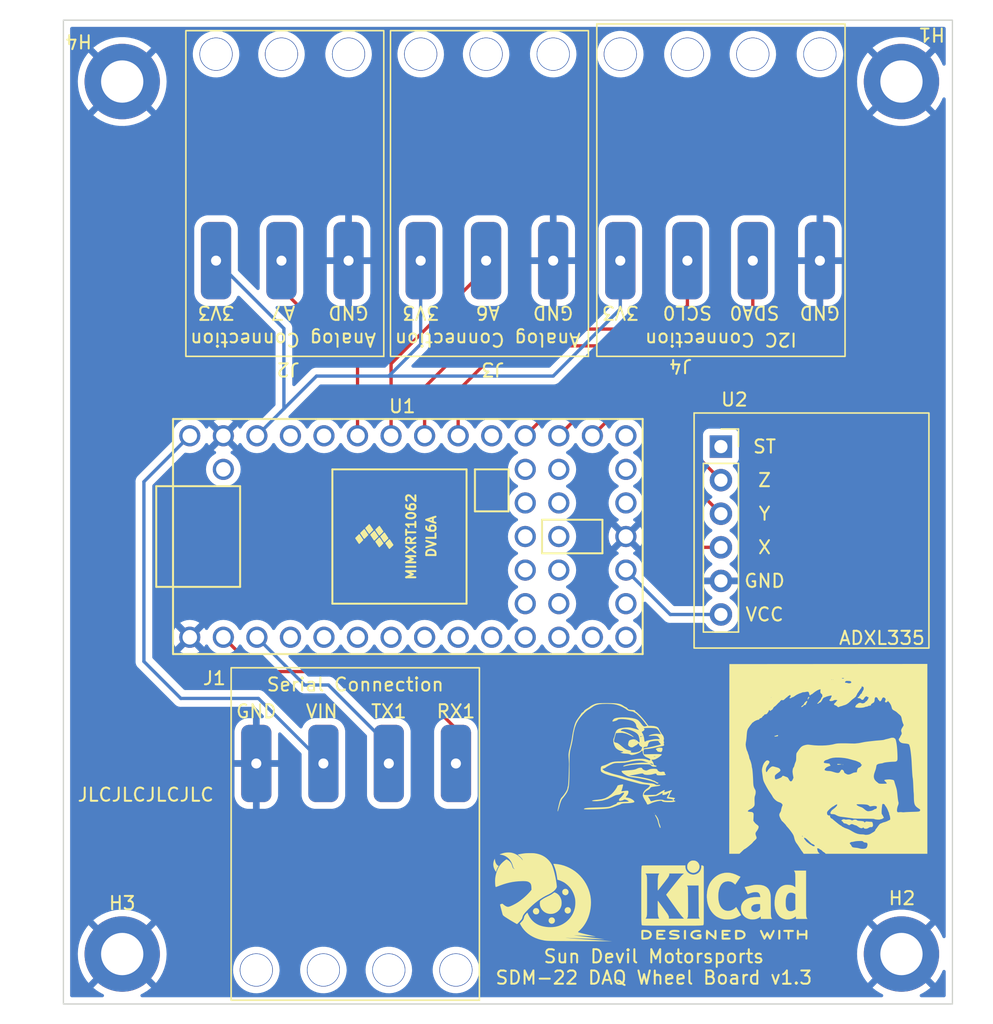
<source format=kicad_pcb>
(kicad_pcb (version 20211014) (generator pcbnew)
  (title_block (title "SDM-22 DAQ Wheel Module") (date "2022-04-05") (rev "v1.3") (company "Sun Devil Motorsports - Data Acquisition"))
  (layers (0 "F.Cu" signal) (31 "B.Cu" signal) (34 "B.Paste" user) (35 "F.Paste" user) (36 "B.SilkS" user "B.Silkscreen") (37 "F.SilkS" user "F.Silkscreen") (38 "B.Mask" user) (39 "F.Mask" user) (44 "Edge.Cuts" user))
  (net 0 "")
  (net 1 "GND")
  (net 2 "VCC")
  (net 3 "+3V3")
  (net 34 "/TX1")
  (net 35 "/RX1")
  (net 36 "/A6")
  (net 37 "/A7")
  (net 38 "/SDA0")
  (net 39 "/SCL0")
  (net 40 "+3.3VP")
  (net 41 "/A0")
  (net 42 "/A1")
  (net 43 "/A2")
  (footprint "Symbol:KiCad-Logo2_5mm_SilkScreen" (layer "F.Cu") (at 116.586 120.904)
    (fp_text reference "REF**" hide)
    (fp_text value "KiCad-Logo2_5mm_SilkScreen" hide)
  )
  (footprint "MountingHole:MountingHole_3.2mm_M3_ISO7380_Pad" (layer "F.Cu") (at 71 59)
    (fp_text reference "H4" (at -3.302 -3.048 180 unlocked) (layer "F.SilkS"))
    (fp_text value "MountingHole_Pad")
    (pad "1" thru_hole circle locked (at 0 0) (size 5.7 5.7) (drill 3.2) (layers *.Cu *.Mask) (net 1 "GND"))
  )
  (footprint "MountingHole:MountingHole_3.2mm_M3_ISO7380_Pad" (layer "F.Cu") (at 71 125)
    (fp_text reference "H3" (at 0 -3.85) (layer "F.SilkS"))
    (fp_text value "MountingHole_Pad")
    (pad "1" thru_hole circle locked (at 0 0) (size 5.7 5.7) (drill 3.2) (layers *.Cu *.Mask) (net 1 "GND"))
  )
  (footprint "SDM:4Wire_i2cConnector" (layer "F.Cu") (at 119.888 79.788 180)
    (fp_text reference "J4" (at 6.604 -0.73 180 unlocked) (layer "F.SilkS"))
    (fp_text value "i2cConnection")
    (fp_text user "3V3" (at 11.176 3.302 180 unlocked) (layer "F.SilkS"))
    (fp_text user "I2C Connection" (at 3.556 1.27 180 unlocked) (layer "F.SilkS"))
    (fp_text user "GND" (at -3.937 3.302 180 unlocked) (layer "F.SilkS"))
    (fp_text user "SDA0" (at 1.016 3.302 180 unlocked) (layer "F.SilkS"))
    (fp_text user "SCL0" (at 6.096 3.302 180 unlocked) (layer "F.SilkS"))
    (pad "" np_thru_hole circle (at -3.937 22.86 180) (size 2.5 2.5) (drill 2.4) (layers F&B.Cu *.Mask))
    (pad "" np_thru_hole circle (at 1.143 22.86 180) (size 2.5 2.5) (drill 2.4) (layers F&B.Cu *.Mask))
    (pad "" np_thru_hole circle (at 11.176 22.86 180) (size 2.5 2.5) (drill 2.4) (layers F&B.Cu *.Mask))
    (pad "" np_thru_hole circle (at 6.096 22.86 180) (size 2.5 2.5) (drill 2.4) (layers F&B.Cu *.Mask))
    (pad "1" thru_hole roundrect (at -3.937 7.239 180) (size 2.286 5.842) (drill 0.762) (layers *.Cu *.Mask) (net 1 "GND"))
    (pad "2" thru_hole roundrect (at 1.143 7.239 180) (size 2.286 5.842) (drill 0.762) (layers *.Cu *.Mask) (net 38 "/SDA0"))
    (pad "3" thru_hole roundrect (at 6.096 7.239 180) (size 2.286 5.842) (drill 0.762) (layers *.Cu *.Mask) (net 39 "/SCL0"))
    (pad "4" thru_hole roundrect (at 11.176 7.239 180) (size 2.286 5.842) (drill 0.762) (layers *.Cu *.Mask) (net 3 "+3V3"))
  )
  (footprint "MountingHole:MountingHole_3.2mm_M3_ISO7380_Pad" (layer "F.Cu") (at 130 59)
    (fp_text reference "H1" (at 2.286 -3.556 180 unlocked) (layer "F.SilkS"))
    (fp_text value "MountingHole_Pad")
    (pad "1" thru_hole circle locked (at 0 0) (size 5.7 5.7) (drill 3.2) (layers *.Cu *.Mask) (net 1 "GND"))
  )
  (footprint "SDM:Logo" (layer "F.Cu") (at 103.632 120.65)
    (fp_text reference "G1" hide)
    (fp_text value "LOGO" hide)
  )
  (footprint "MountingHole:MountingHole_3.2mm_M3_ISO7380_Pad" (layer "F.Cu") (at 130 125)
    (fp_text reference "H2" (at 0.04 -4.22) (layer "F.SilkS"))
    (fp_text value "MountingHole_Pad")
    (pad "1" thru_hole circle locked (at 0 0) (size 5.7 5.7) (drill 3.2) (layers *.Cu *.Mask) (net 1 "GND"))
  )
  (footprint "SDM:ADXL335_Socket_P2.54mm_Vertical" (layer "F.Cu") (at 116.332 86.614)
    (fp_text reference "U2" (at 1.016 -3.556) (layer "F.SilkS"))
    (fp_text value "Accelerometer_ADXL335")
    (fp_text user "X" (at 3.302 7.62 unlocked) (layer "F.SilkS"))
    (fp_text user "ADXL335" (at 12.192 14.478 unlocked) (layer "F.SilkS"))
    (fp_text user "GND" (at 3.302 10.16 unlocked) (layer "F.SilkS"))
    (fp_text user "Z" (at 3.302 2.54 unlocked) (layer "F.SilkS"))
    (fp_text user "VCC" (at 3.302 12.7 unlocked) (layer "F.SilkS"))
    (fp_text user "Y" (at 3.302 5.08 unlocked) (layer "F.SilkS"))
    (fp_text user "ST" (at 3.302 0 unlocked) (layer "F.SilkS"))
    (pad "1" thru_hole rect (at 0 0) (size 1.7 1.7) (drill 1) (layers *.Cu *.Mask))
    (pad "2" thru_hole oval (at 0 2.54) (size 1.7 1.7) (drill 1) (layers *.Cu *.Mask) (net 43 "/A2"))
    (pad "3" thru_hole oval (at 0 5.08) (size 1.7 1.7) (drill 1) (layers *.Cu *.Mask) (net 42 "/A1"))
    (pad "4" thru_hole oval (at 0 7.62) (size 1.7 1.7) (drill 1) (layers *.Cu *.Mask) (net 41 "/A0"))
    (pad "5" thru_hole oval (at 0 10.16) (size 1.7 1.7) (drill 1) (layers *.Cu *.Mask) (net 1 "GND"))
    (pad "6" thru_hole oval (at 0 12.7) (size 1.7 1.7) (drill 1) (layers *.Cu *.Mask) (net 40 "+3.3VP"))
  )
  (footprint "Teensy:Teensy40" (layer "F.Cu") (at 92.627 93.417)
    (fp_text reference "U1" (at -0.425 -9.851) (layer "F.SilkS"))
    (fp_text value "Teensy4.0")
    (fp_text user "DVL6A" (at 1.778 0 90) (layer "F.SilkS") (effects (font (size 0.7 0.7))))
    (fp_text user "MIMXRT1062" (at 0.254 0 90) (layer "F.SilkS") (effects (font (size 0.7 0.7))))
    (pad "1" thru_hole circle locked (at -16.51 7.62) (size 1.6 1.6) (drill 1.1) (layers *.Cu *.Mask) (net 1 "GND"))
    (pad "2" thru_hole circle locked (at -13.97 7.62) (size 1.6 1.6) (drill 1.1) (layers *.Cu *.Mask) (net 35 "/RX1"))
    (pad "3" thru_hole circle locked (at -11.43 7.62) (size 1.6 1.6) (drill 1.1) (layers *.Cu *.Mask) (net 34 "/TX1"))
    (pad "4" thru_hole circle locked (at -8.89 7.62) (size 1.6 1.6) (drill 1.1) (layers *.Cu *.Mask))
    (pad "5" thru_hole circle locked (at -6.35 7.62) (size 1.6 1.6) (drill 1.1) (layers *.Cu *.Mask))
    (pad "6" thru_hole circle locked (at -3.81 7.62) (size 1.6 1.6) (drill 1.1) (layers *.Cu *.Mask))
    (pad "7" thru_hole circle locked (at -1.27 7.62) (size 1.6 1.6) (drill 1.1) (layers *.Cu *.Mask))
    (pad "8" thru_hole circle locked (at 1.27 7.62) (size 1.6 1.6) (drill 1.1) (layers *.Cu *.Mask))
    (pad "9" thru_hole circle locked (at 3.81 7.62) (size 1.6 1.6) (drill 1.1) (layers *.Cu *.Mask))
    (pad "10" thru_hole circle locked (at 6.35 7.62) (size 1.6 1.6) (drill 1.1) (layers *.Cu *.Mask))
    (pad "11" thru_hole circle locked (at 8.89 7.62) (size 1.6 1.6) (drill 1.1) (layers *.Cu *.Mask))
    (pad "12" thru_hole circle locked (at 11.43 7.62) (size 1.6 1.6) (drill 1.1) (layers *.Cu *.Mask))
    (pad "13" thru_hole circle locked (at 13.97 7.62) (size 1.6 1.6) (drill 1.1) (layers *.Cu *.Mask))
    (pad "14" thru_hole circle locked (at 16.51 7.62) (size 1.6 1.6) (drill 1.1) (layers *.Cu *.Mask))
    (pad "15" thru_hole circle locked (at 16.51 5.08) (size 1.6 1.6) (drill 1.1) (layers *.Cu *.Mask))
    (pad "16" thru_hole circle locked (at 16.51 2.54) (size 1.6 1.6) (drill 1.1) (layers *.Cu *.Mask) (net 40 "+3.3VP"))
    (pad "17" thru_hole circle locked (at 16.51 0) (size 1.6 1.6) (drill 1.1) (layers *.Cu *.Mask) (net 1 "GND"))
    (pad "18" thru_hole circle locked (at 16.51 -2.54) (size 1.6 1.6) (drill 1.1) (layers *.Cu *.Mask))
    (pad "19" thru_hole circle locked (at 16.51 -5.08) (size 1.6 1.6) (drill 1.1) (layers *.Cu *.Mask))
    (pad "20" thru_hole circle locked (at 16.51 -7.62) (size 1.6 1.6) (drill 1.1) (layers *.Cu *.Mask))
    (pad "21" thru_hole circle locked (at 13.97 -7.62) (size 1.6 1.6) (drill 1.1) (layers *.Cu *.Mask) (net 41 "/A0"))
    (pad "22" thru_hole circle locked (at 11.43 -7.62) (size 1.6 1.6) (drill 1.1) (layers *.Cu *.Mask) (net 42 "/A1"))
    (pad "23" thru_hole circle locked (at 8.89 -7.62) (size 1.6 1.6) (drill 1.1) (layers *.Cu *.Mask) (net 43 "/A2"))
    (pad "24" thru_hole circle locked (at 6.35 -7.62) (size 1.6 1.6) (drill 1.1) (layers *.Cu *.Mask))
    (pad "25" thru_hole circle locked (at 3.81 -7.62) (size 1.6 1.6) (drill 1.1) (layers *.Cu *.Mask) (net 38 "/SDA0"))
    (pad "26" thru_hole circle locked (at 1.27 -7.62) (size 1.6 1.6) (drill 1.1) (layers *.Cu *.Mask) (net 39 "/SCL0"))
    (pad "27" thru_hole circle locked (at -1.27 -7.62) (size 1.6 1.6) (drill 1.1) (layers *.Cu *.Mask) (net 36 "/A6"))
    (pad "28" thru_hole circle locked (at -3.81 -7.62) (size 1.6 1.6) (drill 1.1) (layers *.Cu *.Mask) (net 37 "/A7"))
    (pad "29" thru_hole circle locked (at -6.35 -7.62) (size 1.6 1.6) (drill 1.1) (layers *.Cu *.Mask))
    (pad "30" thru_hole circle locked (at -8.89 -7.62) (size 1.6 1.6) (drill 1.1) (layers *.Cu *.Mask))
    (pad "31" thru_hole circle locked (at -11.43 -7.62) (size 1.6 1.6) (drill 1.1) (layers *.Cu *.Mask) (net 3 "+3V3"))
    (pad "32" thru_hole circle locked (at -13.97 -7.62) (size 1.6 1.6) (drill 1.1) (layers *.Cu *.Mask) (net 1 "GND"))
    (pad "33" thru_hole circle locked (at -16.51 -7.62) (size 1.6 1.6) (drill 1.1) (layers *.Cu *.Mask) (net 2 "VCC"))
    (pad "34" thru_hole circle locked (at -13.97 -5.08) (size 1.6 1.6) (drill 1.1) (layers *.Cu *.Mask))
    (pad "35" thru_hole circle locked (at 11.43 -5.08) (size 1.6 1.6) (drill 1.1) (layers *.Cu *.Mask))
    (pad "36" thru_hole circle locked (at 8.89 -5.08) (size 1.6 1.6) (drill 1.1) (layers *.Cu *.Mask))
    (pad "37" thru_hole circle locked (at 11.43 -2.54) (size 1.6 1.6) (drill 1.1) (layers *.Cu *.Mask))
    (pad "38" thru_hole circle locked (at 8.89 -2.54) (size 1.6 1.6) (drill 1.1) (layers *.Cu *.Mask))
    (pad "39" thru_hole circle locked (at 11.43 0) (size 1.6 1.6) (drill 1.1) (layers *.Cu *.Mask))
    (pad "40" thru_hole circle locked (at 8.89 0) (size 1.6 1.6) (drill 1.1) (layers *.Cu *.Mask))
    (pad "41" thru_hole circle locked (at 11.43 2.54) (size 1.6 1.6) (drill 1.1) (layers *.Cu *.Mask))
    (pad "42" thru_hole circle locked (at 8.89 2.54) (size 1.6 1.6) (drill 1.1) (layers *.Cu *.Mask))
    (pad "43" thru_hole circle locked (at 11.43 5.08) (size 1.6 1.6) (drill 1.1) (layers *.Cu *.Mask))
    (pad "44" thru_hole circle locked (at 8.89 5.08) (size 1.6 1.6) (drill 1.1) (layers *.Cu *.Mask))
  )
  (footprint "SDM:3Wire_AnalogConnector" (layer "F.Cu") (at 84.201 79.788 180)
    (fp_text reference "J2" (at 0.635 -0.984 180 unlocked) (layer "F.SilkS"))
    (fp_text value "AnalogConnection")
    (fp_text user "3V3" (at 6.096 3.302 180 unlocked) (layer "F.SilkS"))
    (fp_text user "GND" (at -3.937 3.302 180 unlocked) (layer "F.SilkS"))
    (fp_text user "A7" (at 1.016 3.302 180 unlocked) (layer "F.SilkS"))
    (fp_text user "Analog Connection" (at 1.016 1.27 180 unlocked) (layer "F.SilkS"))
    (pad "" np_thru_hole circle (at -3.937 22.86 180) (size 2.5 2.5) (drill 2.4) (layers F&B.Cu *.Mask))
    (pad "" np_thru_hole circle (at 1.143 22.86 180) (size 2.5 2.5) (drill 2.4) (layers F&B.Cu *.Mask))
    (pad "" np_thru_hole circle (at 6.096 22.86 180) (size 2.5 2.5) (drill 2.4) (layers F&B.Cu *.Mask))
    (pad "1" thru_hole roundrect (at -3.937 7.239 180) (size 2.286 5.842) (drill 0.762) (layers *.Cu *.Mask) (net 1 "GND"))
    (pad "2" thru_hole roundrect (at 1.143 7.239 180) (size 2.286 5.842) (drill 0.762) (layers *.Cu *.Mask) (net 37 "/A7"))
    (pad "3" thru_hole roundrect (at 6.096 7.239 180) (size 2.286 5.842) (drill 0.762) (layers *.Cu *.Mask) (net 3 "+3V3"))
  )
  (footprint "SDM:benji" (layer "F.Cu") (at 124.46 110.236)
    (fp_text reference "G***" hide)
    (fp_text value "LOGO" hide)
  )
  (footprint "SDM:3Wire_AnalogConnector" (layer "F.Cu") (at 99.695 79.788 180)
    (fp_text reference "J3" (at 0.635 -0.984 180 unlocked) (layer "F.SilkS"))
    (fp_text value "AnalogConnection")
    (fp_text user "3V3" (at 6.096 3.302 180 unlocked) (layer "F.SilkS"))
    (fp_text user "GND" (at -3.937 3.302 180 unlocked) (layer "F.SilkS"))
    (fp_text user "Analog Connection" (at 1.016 1.27 180 unlocked) (layer "F.SilkS"))
    (fp_text user "A6" (at 1.016 3.302 180 unlocked) (layer "F.SilkS"))
    (pad "" np_thru_hole circle (at 6.096 22.86 180) (size 2.5 2.5) (drill 2.4) (layers F&B.Cu *.Mask))
    (pad "" np_thru_hole circle (at 1.143 22.86 180) (size 2.5 2.5) (drill 2.4) (layers F&B.Cu *.Mask))
    (pad "" np_thru_hole circle (at -3.937 22.86 180) (size 2.5 2.5) (drill 2.4) (layers F&B.Cu *.Mask))
    (pad "1" thru_hole roundrect (at -3.937 7.239 180) (size 2.286 5.842) (drill 0.762) (layers *.Cu *.Mask) (net 1 "GND"))
    (pad "2" thru_hole roundrect (at 1.143 7.239 180) (size 2.286 5.842) (drill 0.762) (layers *.Cu *.Mask) (net 36 "/A6"))
    (pad "3" thru_hole roundrect (at 6.096 7.239 180) (size 2.286 5.842) (drill 0.762) (layers *.Cu *.Mask) (net 3 "+3V3"))
  )
  (footprint "SDM:4Wire_SerialConnector" (layer "F.Cu") (at 85.09 103.346)
    (fp_text reference "J1" (at -7.112 0.794 unlocked) (layer "F.SilkS"))
    (fp_text value "SerialConnection")
    (fp_text user "TX1" (at 6.096 3.302 unlocked) (layer "F.SilkS"))
    (fp_text user "Serial Connection" (at 3.556 1.27 unlocked) (layer "F.SilkS"))
    (fp_text user "RX1" (at 11.176 3.302 unlocked) (layer "F.SilkS"))
    (fp_text user "GND" (at -3.937 3.302 unlocked) (layer "F.SilkS"))
    (fp_text user "VIN" (at 1.016 3.302 unlocked) (layer "F.SilkS"))
    (pad "" np_thru_hole circle (at -3.937 22.86) (size 2.5 2.5) (drill 2.4) (layers F&B.Cu *.Mask))
    (pad "" np_thru_hole circle (at 11.176 22.86) (size 2.5 2.5) (drill 2.4) (layers F&B.Cu *.Mask))
    (pad "" np_thru_hole circle (at 6.096 22.86) (size 2.5 2.5) (drill 2.4) (layers F&B.Cu *.Mask))
    (pad "" np_thru_hole circle (at 1.143 22.86) (size 2.5 2.5) (drill 2.4) (layers F&B.Cu *.Mask))
    (pad "1" thru_hole roundrect (at -3.937 7.239) (size 2.286 5.842) (drill 0.762) (layers *.Cu *.Mask) (net 1 "GND"))
    (pad "2" thru_hole roundrect (at 1.143 7.239) (size 2.286 5.842) (drill 0.762) (layers *.Cu *.Mask) (net 2 "VCC"))
    (pad "3" thru_hole roundrect (at 6.096 7.239) (size 2.286 5.842) (drill 0.762) (layers *.Cu *.Mask) (net 34 "/TX1"))
    (pad "4" thru_hole roundrect (at 11.176 7.239) (size 2.286 5.842) (drill 0.762) (layers *.Cu *.Mask) (net 35 "/RX1"))
  )
  (footprint "SDM:pepe" (layer "F.Cu") (at 108.966 110.744)
    (fp_text reference "G***" hide)
    (fp_text value "LOGO" hide)
  )
  (gr_rect (start 66.548 54.356) (end 133.858 128.778) (layer "Edge.Cuts") (width 0.1) (fill none))
  (gr_text "Sun Devil Motorsports\nSDM-22 DAQ Wheel Board ${REVISION}" (at 111.252 125.984) (layer "F.SilkS") (effects (font (size 1 1))))
  (gr_text "JLCJLCJLCJLC" (at 72.78 112.95) (layer "F.SilkS") (effects (font (size 1 1))))
  (segment (start 86.233 110.585) (end 81.312 105.664) (width 0.25) (layer "B.Cu") (net 2))
  (segment (start 75.438 105.664) (end 72.644 102.87) (width 0.25) (layer "B.Cu") (net 2))
  (segment (start 81.312 105.664) (end 75.438 105.664) (width 0.25) (layer "B.Cu") (net 2))
  (segment (start 72.644 102.87) (end 72.644 89.27) (width 0.25) (layer "B.Cu") (net 2))
  (segment (start 72.644 89.27) (end 76.117 85.797) (width 0.25) (layer "B.Cu") (net 2))
  (segment (start 82.989 84.005) (end 83.243 83.751) (width 0.25) (layer "B.Cu") (net 3))
  (segment (start 93.599 78.867) (end 93.599 72.549) (width 0.25) (layer "B.Cu") (net 3))
  (segment (start 108.712 76.2) (end 108.712 72.549) (width 0.25) (layer "B.Cu") (net 3))
  (segment (start 83.243 83.751) (end 83.243 77.687) (width 0.25) (layer "B.Cu") (net 3))
  (segment (start 83.243 77.687) (end 78.105 72.549) (width 0.25) (layer "B.Cu") (net 3))
  (segment (start 93.599 78.867) (end 91.186 81.28) (width 0.25) (layer "B.Cu") (net 3))
  (segment (start 103.632 81.28) (end 108.712 76.2) (width 0.25) (layer "B.Cu") (net 3))
  (segment (start 103.632 81.28) (end 91.186 81.28) (width 0.25) (layer "B.Cu") (net 3))
  (segment (start 85.714 81.28) (end 83.243 83.751) (width 0.25) (layer "B.Cu") (net 3))
  (segment (start 91.186 81.28) (end 85.714 81.28) (width 0.25) (layer "B.Cu") (net 3))
  (segment (start 81.197 85.797) (end 82.989 84.005) (width 0.25) (layer "B.Cu") (net 3))
  (segment (start 86.614 104.648) (end 91.186 109.22) (width 0.25) (layer "B.Cu") (net 34))
  (segment (start 91.186 109.22) (end 91.186 110.585) (width 0.25) (layer "B.Cu") (net 34))
  (segment (start 86.614 104.648) (end 84.808 104.648) (width 0.25) (layer "B.Cu") (net 34))
  (segment (start 84.808 104.648) (end 81.197 101.037) (width 0.25) (layer "B.Cu") (net 34))
  (segment (start 91.186 111.093) (end 91.186 109.22) (width 0.25) (layer "B.Cu") (net 34))
  (segment (start 91.948 103.632) (end 96.266 107.95) (width 0.25) (layer "F.Cu") (net 35))
  (segment (start 81.252 103.632) (end 91.948 103.632) (width 0.25) (layer "F.Cu") (net 35))
  (segment (start 96.266 107.95) (end 96.266 110.585) (width 0.25) (layer "F.Cu") (net 35))
  (segment (start 78.657 101.037) (end 81.252 103.632) (width 0.25) (layer "F.Cu") (net 35))
  (segment (start 98.552 73.152) (end 98.552 72.549) (width 0.25) (layer "F.Cu") (net 36))
  (segment (start 98.552 73.152) (end 98.552 72.041) (width 0.25) (layer "F.Cu") (net 36))
  (segment (start 91.357 85.797) (end 91.357 80.347) (width 0.25) (layer "F.Cu") (net 36))
  (segment (start 91.357 80.347) (end 98.552 73.152) (width 0.25) (layer "F.Cu") (net 36))
  (segment (start 88.817 85.797) (end 88.817 80.435) (width 0.25) (layer "F.Cu") (net 37))
  (segment (start 88.817 80.435) (end 83.058 74.676) (width 0.25) (layer "F.Cu") (net 37))
  (segment (start 83.058 74.676) (end 83.058 72.549) (width 0.25) (layer "F.Cu") (net 37))
  (segment (start 83.058 74.676) (end 83.058 72.041) (width 0.25) (layer "F.Cu") (net 37))
  (segment (start 116.84 78.994) (end 99.822 78.994) (width 0.25) (layer "F.Cu") (net 38))
  (segment (start 96.437 82.379) (end 96.437 85.797) (width 0.25) (layer "F.Cu") (net 38))
  (segment (start 99.822 78.994) (end 96.437 82.379) (width 0.25) (layer "F.Cu") (net 38))
  (segment (start 118.745 72.549) (end 118.745 77.089) (width 0.25) (layer "F.Cu") (net 38))
  (segment (start 118.745 77.089) (end 116.84 78.994) (width 0.25) (layer "F.Cu") (net 38))
  (segment (start 112.014 77.724) (end 98.298 77.724) (width 0.25) (layer "F.Cu") (net 39))
  (segment (start 98.298 77.724) (end 93.897 82.125) (width 0.25) (layer "F.Cu") (net 39))
  (segment (start 93.897 82.125) (end 93.897 85.797) (width 0.25) (layer "F.Cu") (net 39))
  (segment (start 113.792 75.946) (end 112.014 77.724) (width 0.25) (layer "F.Cu") (net 39))
  (segment (start 113.792 72.549) (end 113.792 75.946) (width 0.25) (layer "F.Cu") (net 39))
  (segment (start 109.137 95.957) (end 112.494 99.314) (width 0.25) (layer "B.Cu") (net 40))
  (segment (start 112.494 99.314) (end 116.332 99.314) (width 0.25) (layer "B.Cu") (net 40))
  (segment (start 112.522 92.202) (end 112.522 85.344) (width 0.25) (layer "F.Cu") (net 41))
  (segment (start 108.066 84.328) (end 111.506 84.328) (width 0.25) (layer "F.Cu") (net 41))
  (segment (start 112.522 85.344) (end 111.506 84.328) (width 0.25) (layer "F.Cu") (net 41))
  (segment (start 114.554 94.234) (end 112.522 92.202) (width 0.25) (layer "F.Cu") (net 41))
  (segment (start 116.332 94.234) (end 114.554 94.234) (width 0.25) (layer "F.Cu") (net 41))
  (segment (start 106.597 85.797) (end 108.066 84.328) (width 0.25) (layer "F.Cu") (net 41))
  (segment (start 111.76 83.566) (end 106.288 83.566) (width 0.25) (layer "F.Cu") (net 42))
  (segment (start 106.288 83.566) (end 104.057 85.797) (width 0.25) (layer "F.Cu") (net 42))
  (segment (start 116.332 91.694) (end 113.284 88.646) (width 0.25) (layer "F.Cu") (net 42))
  (segment (start 113.284 88.646) (end 113.284 85.09) (width 0.25) (layer "F.Cu") (net 42))
  (segment (start 113.284 85.09) (end 111.76 83.566) (width 0.25) (layer "F.Cu") (net 42))
  (segment (start 114.046 86.868) (end 114.046 84.328) (width 0.25) (layer "F.Cu") (net 43))
  (segment (start 104.51 82.804) (end 101.517 85.797) (width 0.25) (layer "F.Cu") (net 43))
  (segment (start 114.046 84.328) (end 112.522 82.804) (width 0.25) (layer "F.Cu") (net 43))
  (segment (start 116.332 89.154) (end 114.046 86.868) (width 0.25) (layer "F.Cu") (net 43))
  (segment (start 112.522 82.804) (end 104.51 82.804) (width 0.25) (layer "F.Cu") (net 43))
  (zone (net 1) (net_name "GND") (layer "B.Cu") (connect_pads (clearance 0.508)) (min_thickness 0.254) (fill yes (thermal_gap 0.508) (thermal_bridge_width 0.508))
    (polygon (pts (xy 135.89 53.086) (xy 135.636 130.302) (xy 64.77 130.048) (xy 64.516 52.832)))
  )
)
</source>
